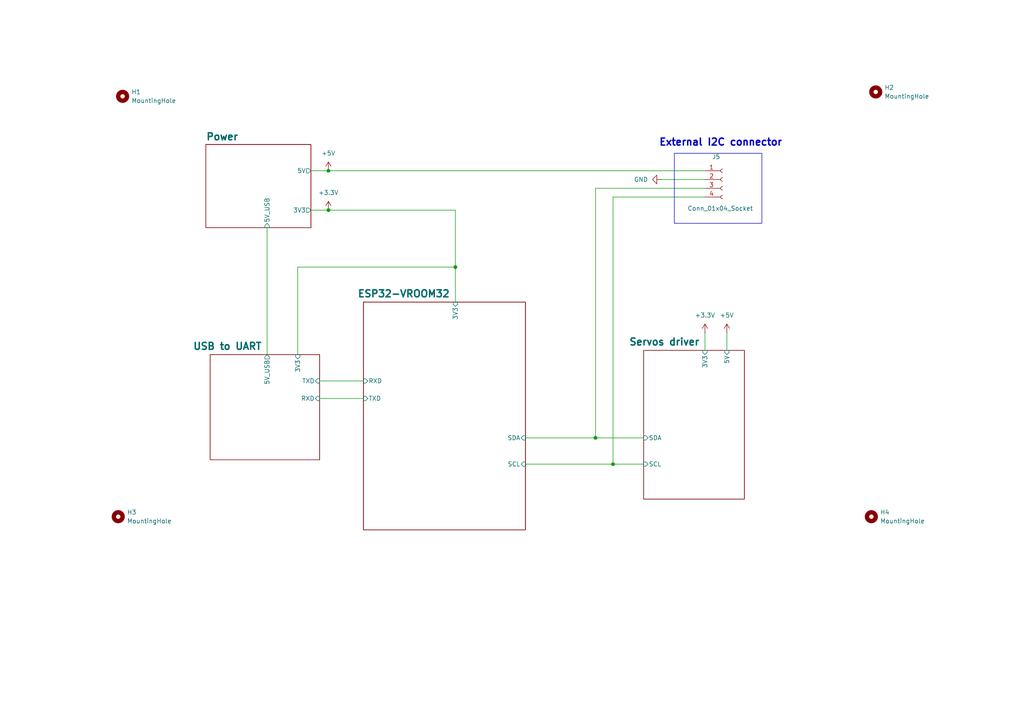
<source format=kicad_sch>
(kicad_sch
	(version 20231120)
	(generator "eeschema")
	(generator_version "8.0")
	(uuid "3b0eacd6-6c2c-4737-9b33-d98b5fc09abb")
	(paper "A4")
	(title_block
		(title "ESP SPIDER")
		(date "2024-07-27")
		(rev "V1")
	)
	(lib_symbols
		(symbol "Connector:Conn_01x04_Socket"
			(pin_names
				(offset 1.016) hide)
			(exclude_from_sim no)
			(in_bom yes)
			(on_board yes)
			(property "Reference" "J"
				(at 0 5.08 0)
				(effects
					(font
						(size 1.27 1.27)
					)
				)
			)
			(property "Value" "Conn_01x04_Socket"
				(at 0 -7.62 0)
				(effects
					(font
						(size 1.27 1.27)
					)
				)
			)
			(property "Footprint" ""
				(at 0 0 0)
				(effects
					(font
						(size 1.27 1.27)
					)
					(hide yes)
				)
			)
			(property "Datasheet" "~"
				(at 0 0 0)
				(effects
					(font
						(size 1.27 1.27)
					)
					(hide yes)
				)
			)
			(property "Description" "Generic connector, single row, 01x04, script generated"
				(at 0 0 0)
				(effects
					(font
						(size 1.27 1.27)
					)
					(hide yes)
				)
			)
			(property "ki_locked" ""
				(at 0 0 0)
				(effects
					(font
						(size 1.27 1.27)
					)
				)
			)
			(property "ki_keywords" "connector"
				(at 0 0 0)
				(effects
					(font
						(size 1.27 1.27)
					)
					(hide yes)
				)
			)
			(property "ki_fp_filters" "Connector*:*_1x??_*"
				(at 0 0 0)
				(effects
					(font
						(size 1.27 1.27)
					)
					(hide yes)
				)
			)
			(symbol "Conn_01x04_Socket_1_1"
				(arc
					(start 0 -4.572)
					(mid -0.5058 -5.08)
					(end 0 -5.588)
					(stroke
						(width 0.1524)
						(type default)
					)
					(fill
						(type none)
					)
				)
				(arc
					(start 0 -2.032)
					(mid -0.5058 -2.54)
					(end 0 -3.048)
					(stroke
						(width 0.1524)
						(type default)
					)
					(fill
						(type none)
					)
				)
				(polyline
					(pts
						(xy -1.27 -5.08) (xy -0.508 -5.08)
					)
					(stroke
						(width 0.1524)
						(type default)
					)
					(fill
						(type none)
					)
				)
				(polyline
					(pts
						(xy -1.27 -2.54) (xy -0.508 -2.54)
					)
					(stroke
						(width 0.1524)
						(type default)
					)
					(fill
						(type none)
					)
				)
				(polyline
					(pts
						(xy -1.27 0) (xy -0.508 0)
					)
					(stroke
						(width 0.1524)
						(type default)
					)
					(fill
						(type none)
					)
				)
				(polyline
					(pts
						(xy -1.27 2.54) (xy -0.508 2.54)
					)
					(stroke
						(width 0.1524)
						(type default)
					)
					(fill
						(type none)
					)
				)
				(arc
					(start 0 0.508)
					(mid -0.5058 0)
					(end 0 -0.508)
					(stroke
						(width 0.1524)
						(type default)
					)
					(fill
						(type none)
					)
				)
				(arc
					(start 0 3.048)
					(mid -0.5058 2.54)
					(end 0 2.032)
					(stroke
						(width 0.1524)
						(type default)
					)
					(fill
						(type none)
					)
				)
				(pin passive line
					(at -5.08 2.54 0)
					(length 3.81)
					(name "Pin_1"
						(effects
							(font
								(size 1.27 1.27)
							)
						)
					)
					(number "1"
						(effects
							(font
								(size 1.27 1.27)
							)
						)
					)
				)
				(pin passive line
					(at -5.08 0 0)
					(length 3.81)
					(name "Pin_2"
						(effects
							(font
								(size 1.27 1.27)
							)
						)
					)
					(number "2"
						(effects
							(font
								(size 1.27 1.27)
							)
						)
					)
				)
				(pin passive line
					(at -5.08 -2.54 0)
					(length 3.81)
					(name "Pin_3"
						(effects
							(font
								(size 1.27 1.27)
							)
						)
					)
					(number "3"
						(effects
							(font
								(size 1.27 1.27)
							)
						)
					)
				)
				(pin passive line
					(at -5.08 -5.08 0)
					(length 3.81)
					(name "Pin_4"
						(effects
							(font
								(size 1.27 1.27)
							)
						)
					)
					(number "4"
						(effects
							(font
								(size 1.27 1.27)
							)
						)
					)
				)
			)
		)
		(symbol "Mechanical:MountingHole"
			(pin_names
				(offset 1.016)
			)
			(exclude_from_sim yes)
			(in_bom no)
			(on_board yes)
			(property "Reference" "H"
				(at 0 5.08 0)
				(effects
					(font
						(size 1.27 1.27)
					)
				)
			)
			(property "Value" "MountingHole"
				(at 0 3.175 0)
				(effects
					(font
						(size 1.27 1.27)
					)
				)
			)
			(property "Footprint" ""
				(at 0 0 0)
				(effects
					(font
						(size 1.27 1.27)
					)
					(hide yes)
				)
			)
			(property "Datasheet" "~"
				(at 0 0 0)
				(effects
					(font
						(size 1.27 1.27)
					)
					(hide yes)
				)
			)
			(property "Description" "Mounting Hole without connection"
				(at 0 0 0)
				(effects
					(font
						(size 1.27 1.27)
					)
					(hide yes)
				)
			)
			(property "ki_keywords" "mounting hole"
				(at 0 0 0)
				(effects
					(font
						(size 1.27 1.27)
					)
					(hide yes)
				)
			)
			(property "ki_fp_filters" "MountingHole*"
				(at 0 0 0)
				(effects
					(font
						(size 1.27 1.27)
					)
					(hide yes)
				)
			)
			(symbol "MountingHole_0_1"
				(circle
					(center 0 0)
					(radius 1.27)
					(stroke
						(width 1.27)
						(type default)
					)
					(fill
						(type none)
					)
				)
			)
		)
		(symbol "power:+3.3V"
			(power)
			(pin_numbers hide)
			(pin_names
				(offset 0) hide)
			(exclude_from_sim no)
			(in_bom yes)
			(on_board yes)
			(property "Reference" "#PWR"
				(at 0 -3.81 0)
				(effects
					(font
						(size 1.27 1.27)
					)
					(hide yes)
				)
			)
			(property "Value" "+3.3V"
				(at 0 3.556 0)
				(effects
					(font
						(size 1.27 1.27)
					)
				)
			)
			(property "Footprint" ""
				(at 0 0 0)
				(effects
					(font
						(size 1.27 1.27)
					)
					(hide yes)
				)
			)
			(property "Datasheet" ""
				(at 0 0 0)
				(effects
					(font
						(size 1.27 1.27)
					)
					(hide yes)
				)
			)
			(property "Description" "Power symbol creates a global label with name \"+3.3V\""
				(at 0 0 0)
				(effects
					(font
						(size 1.27 1.27)
					)
					(hide yes)
				)
			)
			(property "ki_keywords" "global power"
				(at 0 0 0)
				(effects
					(font
						(size 1.27 1.27)
					)
					(hide yes)
				)
			)
			(symbol "+3.3V_0_1"
				(polyline
					(pts
						(xy -0.762 1.27) (xy 0 2.54)
					)
					(stroke
						(width 0)
						(type default)
					)
					(fill
						(type none)
					)
				)
				(polyline
					(pts
						(xy 0 0) (xy 0 2.54)
					)
					(stroke
						(width 0)
						(type default)
					)
					(fill
						(type none)
					)
				)
				(polyline
					(pts
						(xy 0 2.54) (xy 0.762 1.27)
					)
					(stroke
						(width 0)
						(type default)
					)
					(fill
						(type none)
					)
				)
			)
			(symbol "+3.3V_1_1"
				(pin power_in line
					(at 0 0 90)
					(length 0)
					(name "~"
						(effects
							(font
								(size 1.27 1.27)
							)
						)
					)
					(number "1"
						(effects
							(font
								(size 1.27 1.27)
							)
						)
					)
				)
			)
		)
		(symbol "power:+5V"
			(power)
			(pin_numbers hide)
			(pin_names
				(offset 0) hide)
			(exclude_from_sim no)
			(in_bom yes)
			(on_board yes)
			(property "Reference" "#PWR"
				(at 0 -3.81 0)
				(effects
					(font
						(size 1.27 1.27)
					)
					(hide yes)
				)
			)
			(property "Value" "+5V"
				(at 0 3.556 0)
				(effects
					(font
						(size 1.27 1.27)
					)
				)
			)
			(property "Footprint" ""
				(at 0 0 0)
				(effects
					(font
						(size 1.27 1.27)
					)
					(hide yes)
				)
			)
			(property "Datasheet" ""
				(at 0 0 0)
				(effects
					(font
						(size 1.27 1.27)
					)
					(hide yes)
				)
			)
			(property "Description" "Power symbol creates a global label with name \"+5V\""
				(at 0 0 0)
				(effects
					(font
						(size 1.27 1.27)
					)
					(hide yes)
				)
			)
			(property "ki_keywords" "global power"
				(at 0 0 0)
				(effects
					(font
						(size 1.27 1.27)
					)
					(hide yes)
				)
			)
			(symbol "+5V_0_1"
				(polyline
					(pts
						(xy -0.762 1.27) (xy 0 2.54)
					)
					(stroke
						(width 0)
						(type default)
					)
					(fill
						(type none)
					)
				)
				(polyline
					(pts
						(xy 0 0) (xy 0 2.54)
					)
					(stroke
						(width 0)
						(type default)
					)
					(fill
						(type none)
					)
				)
				(polyline
					(pts
						(xy 0 2.54) (xy 0.762 1.27)
					)
					(stroke
						(width 0)
						(type default)
					)
					(fill
						(type none)
					)
				)
			)
			(symbol "+5V_1_1"
				(pin power_in line
					(at 0 0 90)
					(length 0)
					(name "~"
						(effects
							(font
								(size 1.27 1.27)
							)
						)
					)
					(number "1"
						(effects
							(font
								(size 1.27 1.27)
							)
						)
					)
				)
			)
		)
		(symbol "power:GND"
			(power)
			(pin_numbers hide)
			(pin_names
				(offset 0) hide)
			(exclude_from_sim no)
			(in_bom yes)
			(on_board yes)
			(property "Reference" "#PWR"
				(at 0 -6.35 0)
				(effects
					(font
						(size 1.27 1.27)
					)
					(hide yes)
				)
			)
			(property "Value" "GND"
				(at 0 -3.81 0)
				(effects
					(font
						(size 1.27 1.27)
					)
				)
			)
			(property "Footprint" ""
				(at 0 0 0)
				(effects
					(font
						(size 1.27 1.27)
					)
					(hide yes)
				)
			)
			(property "Datasheet" ""
				(at 0 0 0)
				(effects
					(font
						(size 1.27 1.27)
					)
					(hide yes)
				)
			)
			(property "Description" "Power symbol creates a global label with name \"GND\" , ground"
				(at 0 0 0)
				(effects
					(font
						(size 1.27 1.27)
					)
					(hide yes)
				)
			)
			(property "ki_keywords" "global power"
				(at 0 0 0)
				(effects
					(font
						(size 1.27 1.27)
					)
					(hide yes)
				)
			)
			(symbol "GND_0_1"
				(polyline
					(pts
						(xy 0 0) (xy 0 -1.27) (xy 1.27 -1.27) (xy 0 -2.54) (xy -1.27 -1.27) (xy 0 -1.27)
					)
					(stroke
						(width 0)
						(type default)
					)
					(fill
						(type none)
					)
				)
			)
			(symbol "GND_1_1"
				(pin power_in line
					(at 0 0 270)
					(length 0)
					(name "~"
						(effects
							(font
								(size 1.27 1.27)
							)
						)
					)
					(number "1"
						(effects
							(font
								(size 1.27 1.27)
							)
						)
					)
				)
			)
		)
	)
	(junction
		(at 132.08 77.47)
		(diameter 0)
		(color 0 0 0 0)
		(uuid "0012a68f-5b47-4df1-ac53-907ef8ba73f8")
	)
	(junction
		(at 95.25 49.53)
		(diameter 0)
		(color 0 0 0 0)
		(uuid "15426cbb-4fc2-4937-8b88-308b45ed2f02")
	)
	(junction
		(at 177.8 134.62)
		(diameter 0)
		(color 0 0 0 0)
		(uuid "59bc70a5-30ff-4cf2-96c7-ae5161ff9b8c")
	)
	(junction
		(at 95.25 60.96)
		(diameter 0)
		(color 0 0 0 0)
		(uuid "659357e0-c090-4506-83e2-5025d283cec2")
	)
	(junction
		(at 172.72 127)
		(diameter 0)
		(color 0 0 0 0)
		(uuid "9834434c-4a43-4170-8afe-99ef0b8fe8e6")
	)
	(wire
		(pts
			(xy 95.25 60.96) (xy 132.08 60.96)
		)
		(stroke
			(width 0)
			(type default)
		)
		(uuid "14f9c72c-2d23-435e-a202-3710e0ad2edd")
	)
	(wire
		(pts
			(xy 177.8 134.62) (xy 186.69 134.62)
		)
		(stroke
			(width 0)
			(type default)
		)
		(uuid "15988456-830a-4d40-b048-9b86f61089b1")
	)
	(wire
		(pts
			(xy 92.71 115.57) (xy 105.41 115.57)
		)
		(stroke
			(width 0)
			(type default)
		)
		(uuid "18ca0fd5-4dcc-43dc-b37a-11e50bee2584")
	)
	(wire
		(pts
			(xy 132.08 77.47) (xy 132.08 87.63)
		)
		(stroke
			(width 0)
			(type default)
		)
		(uuid "247727d1-ca60-42f0-8a8f-41df6ea48e5a")
	)
	(wire
		(pts
			(xy 86.36 77.47) (xy 132.08 77.47)
		)
		(stroke
			(width 0)
			(type default)
		)
		(uuid "2d974a14-b6c5-4857-823b-678be1ba87a9")
	)
	(wire
		(pts
			(xy 95.25 49.53) (xy 204.47 49.53)
		)
		(stroke
			(width 0)
			(type default)
		)
		(uuid "39f00f8e-32e9-4e22-9045-d5006ca6e910")
	)
	(wire
		(pts
			(xy 152.4 134.62) (xy 177.8 134.62)
		)
		(stroke
			(width 0)
			(type default)
		)
		(uuid "3aa5749d-9288-40fd-a90d-9bb3d0ab2b04")
	)
	(wire
		(pts
			(xy 77.47 66.04) (xy 77.47 102.87)
		)
		(stroke
			(width 0)
			(type default)
		)
		(uuid "51486222-320e-41ab-b307-27be7d93e2a1")
	)
	(wire
		(pts
			(xy 172.72 54.61) (xy 172.72 127)
		)
		(stroke
			(width 0)
			(type default)
		)
		(uuid "55269373-5e65-4932-9d72-16ec5d3aca36")
	)
	(wire
		(pts
			(xy 90.17 60.96) (xy 95.25 60.96)
		)
		(stroke
			(width 0)
			(type default)
		)
		(uuid "5d7774d6-d558-4143-9de2-e34b48c67988")
	)
	(wire
		(pts
			(xy 177.8 57.15) (xy 177.8 134.62)
		)
		(stroke
			(width 0)
			(type default)
		)
		(uuid "89e605bc-1a13-418d-b6dd-9d54cf89766d")
	)
	(wire
		(pts
			(xy 132.08 60.96) (xy 132.08 77.47)
		)
		(stroke
			(width 0)
			(type default)
		)
		(uuid "8f070a48-ff3b-40f4-aa28-4eb2a5942434")
	)
	(wire
		(pts
			(xy 152.4 127) (xy 172.72 127)
		)
		(stroke
			(width 0)
			(type default)
		)
		(uuid "8fa27895-95ab-4735-8bb0-1a25e4e9bb16")
	)
	(wire
		(pts
			(xy 172.72 54.61) (xy 204.47 54.61)
		)
		(stroke
			(width 0)
			(type default)
		)
		(uuid "9d40b530-035b-4b6b-8a3e-7e71774763f3")
	)
	(wire
		(pts
			(xy 177.8 57.15) (xy 204.47 57.15)
		)
		(stroke
			(width 0)
			(type default)
		)
		(uuid "adf4b698-04d9-4201-84dd-788fdfea9e61")
	)
	(wire
		(pts
			(xy 204.47 96.52) (xy 204.47 101.6)
		)
		(stroke
			(width 0)
			(type default)
		)
		(uuid "af33eac8-6cc7-406b-b83d-795a02ca468f")
	)
	(wire
		(pts
			(xy 92.71 110.49) (xy 105.41 110.49)
		)
		(stroke
			(width 0)
			(type default)
		)
		(uuid "b0930160-23db-4347-9e25-ec1cef8cb707")
	)
	(wire
		(pts
			(xy 210.82 96.52) (xy 210.82 101.6)
		)
		(stroke
			(width 0)
			(type default)
		)
		(uuid "b0ae95a8-bbbe-44fd-9848-eb7201e8d1ea")
	)
	(wire
		(pts
			(xy 172.72 127) (xy 186.69 127)
		)
		(stroke
			(width 0)
			(type default)
		)
		(uuid "b7f01f00-d4e6-4193-90b3-22d95243f967")
	)
	(wire
		(pts
			(xy 90.17 49.53) (xy 95.25 49.53)
		)
		(stroke
			(width 0)
			(type default)
		)
		(uuid "c3c9c96a-2ea4-4c33-a2c8-c4ec06fd29e5")
	)
	(wire
		(pts
			(xy 191.77 52.07) (xy 204.47 52.07)
		)
		(stroke
			(width 0)
			(type default)
		)
		(uuid "f00471a3-a7f4-46d6-a092-4c8409958d73")
	)
	(wire
		(pts
			(xy 86.36 77.47) (xy 86.36 102.87)
		)
		(stroke
			(width 0)
			(type default)
		)
		(uuid "f0523e29-b017-4485-b37f-af67a3e88442")
	)
	(rectangle
		(start 195.58 44.45)
		(end 220.98 64.77)
		(stroke
			(width 0)
			(type default)
		)
		(fill
			(type none)
		)
		(uuid 32f9a2a3-cea0-4c50-845c-917c060758f1)
	)
	(text "External I2C connector"
		(exclude_from_sim no)
		(at 209.042 41.402 0)
		(effects
			(font
				(size 2.032 2.032)
				(thickness 0.4064)
				(bold yes)
			)
		)
		(uuid "3b826192-1459-49e8-b3c2-af3068d193a9")
	)
	(symbol
		(lib_id "Mechanical:MountingHole")
		(at 35.56 27.94 0)
		(unit 1)
		(exclude_from_sim no)
		(in_bom no)
		(on_board yes)
		(dnp no)
		(fields_autoplaced yes)
		(uuid "2f128f1e-6f50-43c3-b857-6d5dbe33ea77")
		(property "Reference" "H1"
			(at 38.1 26.6699 0)
			(effects
				(font
					(size 1.27 1.27)
				)
				(justify left)
			)
		)
		(property "Value" "MountingHole"
			(at 38.1 29.2099 0)
			(effects
				(font
					(size 1.27 1.27)
				)
				(justify left)
			)
		)
		(property "Footprint" "MountingHole:MountingHole_2.2mm_M2"
			(at 35.56 27.94 0)
			(effects
				(font
					(size 1.27 1.27)
				)
				(hide yes)
			)
		)
		(property "Datasheet" "~"
			(at 35.56 27.94 0)
			(effects
				(font
					(size 1.27 1.27)
				)
				(hide yes)
			)
		)
		(property "Description" "Mounting Hole without connection"
			(at 35.56 27.94 0)
			(effects
				(font
					(size 1.27 1.27)
				)
				(hide yes)
			)
		)
		(instances
			(project ""
				(path "/3b0eacd6-6c2c-4737-9b33-d98b5fc09abb"
					(reference "H1")
					(unit 1)
				)
			)
		)
	)
	(symbol
		(lib_id "power:+5V")
		(at 210.82 96.52 0)
		(unit 1)
		(exclude_from_sim no)
		(in_bom yes)
		(on_board yes)
		(dnp no)
		(fields_autoplaced yes)
		(uuid "36e2f0ff-06a2-48f2-a9c7-6ac4dfcc5bc6")
		(property "Reference" "#PWR04"
			(at 210.82 100.33 0)
			(effects
				(font
					(size 1.27 1.27)
				)
				(hide yes)
			)
		)
		(property "Value" "+5V"
			(at 210.82 91.44 0)
			(effects
				(font
					(size 1.27 1.27)
				)
			)
		)
		(property "Footprint" ""
			(at 210.82 96.52 0)
			(effects
				(font
					(size 1.27 1.27)
				)
				(hide yes)
			)
		)
		(property "Datasheet" ""
			(at 210.82 96.52 0)
			(effects
				(font
					(size 1.27 1.27)
				)
				(hide yes)
			)
		)
		(property "Description" "Power symbol creates a global label with name \"+5V\""
			(at 210.82 96.52 0)
			(effects
				(font
					(size 1.27 1.27)
				)
				(hide yes)
			)
		)
		(pin "1"
			(uuid "d62a837d-6ad3-4c6b-a9cb-e181ebaf480a")
		)
		(instances
			(project "ESP-SPIDER"
				(path "/3b0eacd6-6c2c-4737-9b33-d98b5fc09abb"
					(reference "#PWR04")
					(unit 1)
				)
			)
		)
	)
	(symbol
		(lib_id "power:+5V")
		(at 95.25 49.53 0)
		(unit 1)
		(exclude_from_sim no)
		(in_bom yes)
		(on_board yes)
		(dnp no)
		(fields_autoplaced yes)
		(uuid "3eb12b6e-95d7-4f0e-a0dd-ac448ef52574")
		(property "Reference" "#PWR03"
			(at 95.25 53.34 0)
			(effects
				(font
					(size 1.27 1.27)
				)
				(hide yes)
			)
		)
		(property "Value" "+5V"
			(at 95.25 44.45 0)
			(effects
				(font
					(size 1.27 1.27)
				)
			)
		)
		(property "Footprint" ""
			(at 95.25 49.53 0)
			(effects
				(font
					(size 1.27 1.27)
				)
				(hide yes)
			)
		)
		(property "Datasheet" ""
			(at 95.25 49.53 0)
			(effects
				(font
					(size 1.27 1.27)
				)
				(hide yes)
			)
		)
		(property "Description" "Power symbol creates a global label with name \"+5V\""
			(at 95.25 49.53 0)
			(effects
				(font
					(size 1.27 1.27)
				)
				(hide yes)
			)
		)
		(pin "1"
			(uuid "cdce8c52-cf11-4f8e-b797-d637d32cb356")
		)
		(instances
			(project ""
				(path "/3b0eacd6-6c2c-4737-9b33-d98b5fc09abb"
					(reference "#PWR03")
					(unit 1)
				)
			)
		)
	)
	(symbol
		(lib_id "power:+3.3V")
		(at 95.25 60.96 0)
		(unit 1)
		(exclude_from_sim no)
		(in_bom yes)
		(on_board yes)
		(dnp no)
		(fields_autoplaced yes)
		(uuid "44fe7925-4b95-443c-aac9-435a23053c3e")
		(property "Reference" "#PWR01"
			(at 95.25 64.77 0)
			(effects
				(font
					(size 1.27 1.27)
				)
				(hide yes)
			)
		)
		(property "Value" "+3.3V"
			(at 95.25 55.88 0)
			(effects
				(font
					(size 1.27 1.27)
				)
			)
		)
		(property "Footprint" ""
			(at 95.25 60.96 0)
			(effects
				(font
					(size 1.27 1.27)
				)
				(hide yes)
			)
		)
		(property "Datasheet" ""
			(at 95.25 60.96 0)
			(effects
				(font
					(size 1.27 1.27)
				)
				(hide yes)
			)
		)
		(property "Description" "Power symbol creates a global label with name \"+3.3V\""
			(at 95.25 60.96 0)
			(effects
				(font
					(size 1.27 1.27)
				)
				(hide yes)
			)
		)
		(pin "1"
			(uuid "3a93159d-a732-4e9d-9ae6-372037a2309f")
		)
		(instances
			(project ""
				(path "/3b0eacd6-6c2c-4737-9b33-d98b5fc09abb"
					(reference "#PWR01")
					(unit 1)
				)
			)
		)
	)
	(symbol
		(lib_id "power:+3.3V")
		(at 204.47 96.52 0)
		(unit 1)
		(exclude_from_sim no)
		(in_bom yes)
		(on_board yes)
		(dnp no)
		(fields_autoplaced yes)
		(uuid "5ac158e5-b42f-4fcb-81dc-02903469054b")
		(property "Reference" "#PWR05"
			(at 204.47 100.33 0)
			(effects
				(font
					(size 1.27 1.27)
				)
				(hide yes)
			)
		)
		(property "Value" "+3.3V"
			(at 204.47 91.44 0)
			(effects
				(font
					(size 1.27 1.27)
				)
			)
		)
		(property "Footprint" ""
			(at 204.47 96.52 0)
			(effects
				(font
					(size 1.27 1.27)
				)
				(hide yes)
			)
		)
		(property "Datasheet" ""
			(at 204.47 96.52 0)
			(effects
				(font
					(size 1.27 1.27)
				)
				(hide yes)
			)
		)
		(property "Description" "Power symbol creates a global label with name \"+3.3V\""
			(at 204.47 96.52 0)
			(effects
				(font
					(size 1.27 1.27)
				)
				(hide yes)
			)
		)
		(pin "1"
			(uuid "e1b2b181-0f74-4a87-9236-3c21dd3a37be")
		)
		(instances
			(project "ESP-SPIDER"
				(path "/3b0eacd6-6c2c-4737-9b33-d98b5fc09abb"
					(reference "#PWR05")
					(unit 1)
				)
			)
		)
	)
	(symbol
		(lib_id "Mechanical:MountingHole")
		(at 34.29 149.86 0)
		(unit 1)
		(exclude_from_sim yes)
		(in_bom no)
		(on_board yes)
		(dnp no)
		(fields_autoplaced yes)
		(uuid "7a755aaf-35f7-4190-aed5-2eeb64f134a8")
		(property "Reference" "H3"
			(at 36.83 148.5899 0)
			(effects
				(font
					(size 1.27 1.27)
				)
				(justify left)
			)
		)
		(property "Value" "MountingHole"
			(at 36.83 151.1299 0)
			(effects
				(font
					(size 1.27 1.27)
				)
				(justify left)
			)
		)
		(property "Footprint" "MountingHole:MountingHole_2.2mm_M2"
			(at 34.29 149.86 0)
			(effects
				(font
					(size 1.27 1.27)
				)
				(hide yes)
			)
		)
		(property "Datasheet" "~"
			(at 34.29 149.86 0)
			(effects
				(font
					(size 1.27 1.27)
				)
				(hide yes)
			)
		)
		(property "Description" "Mounting Hole without connection"
			(at 34.29 149.86 0)
			(effects
				(font
					(size 1.27 1.27)
				)
				(hide yes)
			)
		)
		(instances
			(project "ESP-SPIDER"
				(path "/3b0eacd6-6c2c-4737-9b33-d98b5fc09abb"
					(reference "H3")
					(unit 1)
				)
			)
		)
	)
	(symbol
		(lib_id "Mechanical:MountingHole")
		(at 252.73 149.86 0)
		(unit 1)
		(exclude_from_sim yes)
		(in_bom no)
		(on_board yes)
		(dnp no)
		(fields_autoplaced yes)
		(uuid "7dbaf69e-3ef8-44e7-9929-ac7a48cddeb1")
		(property "Reference" "H4"
			(at 255.27 148.5899 0)
			(effects
				(font
					(size 1.27 1.27)
				)
				(justify left)
			)
		)
		(property "Value" "MountingHole"
			(at 255.27 151.1299 0)
			(effects
				(font
					(size 1.27 1.27)
				)
				(justify left)
			)
		)
		(property "Footprint" "MountingHole:MountingHole_2.2mm_M2"
			(at 252.73 149.86 0)
			(effects
				(font
					(size 1.27 1.27)
				)
				(hide yes)
			)
		)
		(property "Datasheet" "~"
			(at 252.73 149.86 0)
			(effects
				(font
					(size 1.27 1.27)
				)
				(hide yes)
			)
		)
		(property "Description" "Mounting Hole without connection"
			(at 252.73 149.86 0)
			(effects
				(font
					(size 1.27 1.27)
				)
				(hide yes)
			)
		)
		(instances
			(project "ESP-SPIDER"
				(path "/3b0eacd6-6c2c-4737-9b33-d98b5fc09abb"
					(reference "H4")
					(unit 1)
				)
			)
		)
	)
	(symbol
		(lib_id "Mechanical:MountingHole")
		(at 254 26.67 0)
		(unit 1)
		(exclude_from_sim yes)
		(in_bom no)
		(on_board yes)
		(dnp no)
		(fields_autoplaced yes)
		(uuid "9a050c23-8f9b-4962-9f91-99070ab2c580")
		(property "Reference" "H2"
			(at 256.54 25.3999 0)
			(effects
				(font
					(size 1.27 1.27)
				)
				(justify left)
			)
		)
		(property "Value" "MountingHole"
			(at 256.54 27.9399 0)
			(effects
				(font
					(size 1.27 1.27)
				)
				(justify left)
			)
		)
		(property "Footprint" "MountingHole:MountingHole_2.2mm_M2"
			(at 254 26.67 0)
			(effects
				(font
					(size 1.27 1.27)
				)
				(hide yes)
			)
		)
		(property "Datasheet" "~"
			(at 254 26.67 0)
			(effects
				(font
					(size 1.27 1.27)
				)
				(hide yes)
			)
		)
		(property "Description" "Mounting Hole without connection"
			(at 254 26.67 0)
			(effects
				(font
					(size 1.27 1.27)
				)
				(hide yes)
			)
		)
		(instances
			(project "ESP-SPIDER"
				(path "/3b0eacd6-6c2c-4737-9b33-d98b5fc09abb"
					(reference "H2")
					(unit 1)
				)
			)
		)
	)
	(symbol
		(lib_id "Connector:Conn_01x04_Socket")
		(at 209.55 52.07 0)
		(unit 1)
		(exclude_from_sim no)
		(in_bom yes)
		(on_board yes)
		(dnp no)
		(uuid "9ee8a602-1ecb-49e5-93a0-e032312c5b53")
		(property "Reference" "J5"
			(at 206.502 45.466 0)
			(effects
				(font
					(size 1.27 1.27)
				)
				(justify left)
			)
		)
		(property "Value" "Conn_01x04_Socket"
			(at 199.39 60.452 0)
			(effects
				(font
					(size 1.27 1.27)
				)
				(justify left)
			)
		)
		(property "Footprint" "Connector_JST:JST_PH_B4B-PH-K_1x04_P2.00mm_Vertical"
			(at 209.55 52.07 0)
			(effects
				(font
					(size 1.27 1.27)
				)
				(hide yes)
			)
		)
		(property "Datasheet" "~"
			(at 209.55 52.07 0)
			(effects
				(font
					(size 1.27 1.27)
				)
				(hide yes)
			)
		)
		(property "Description" "Generic connector, single row, 01x04, script generated"
			(at 209.55 52.07 0)
			(effects
				(font
					(size 1.27 1.27)
				)
				(hide yes)
			)
		)
		(property "LCSC" "C131334"
			(at 209.55 52.07 0)
			(effects
				(font
					(size 1.27 1.27)
				)
				(hide yes)
			)
		)
		(pin "4"
			(uuid "a3b67de2-3091-4ac0-b3eb-629fd71ea23d")
		)
		(pin "1"
			(uuid "3b2cdbc6-28d0-4574-ac95-7a72cde7c2a7")
		)
		(pin "3"
			(uuid "9b8bfa02-11e8-4b3e-a8a5-8c96fe4510a3")
		)
		(pin "2"
			(uuid "174c8334-e856-4ce6-bb71-d1d3652e4714")
		)
		(instances
			(project "ESP-SPIDER"
				(path "/3b0eacd6-6c2c-4737-9b33-d98b5fc09abb"
					(reference "J5")
					(unit 1)
				)
			)
		)
	)
	(symbol
		(lib_id "power:GND")
		(at 191.77 52.07 270)
		(unit 1)
		(exclude_from_sim no)
		(in_bom yes)
		(on_board yes)
		(dnp no)
		(fields_autoplaced yes)
		(uuid "b2630a6b-d594-4fb9-bc2a-9f0641730f5f")
		(property "Reference" "#PWR025"
			(at 185.42 52.07 0)
			(effects
				(font
					(size 1.27 1.27)
				)
				(hide yes)
			)
		)
		(property "Value" "GND"
			(at 187.96 52.0699 90)
			(effects
				(font
					(size 1.27 1.27)
				)
				(justify right)
			)
		)
		(property "Footprint" ""
			(at 191.77 52.07 0)
			(effects
				(font
					(size 1.27 1.27)
				)
				(hide yes)
			)
		)
		(property "Datasheet" ""
			(at 191.77 52.07 0)
			(effects
				(font
					(size 1.27 1.27)
				)
				(hide yes)
			)
		)
		(property "Description" "Power symbol creates a global label with name \"GND\" , ground"
			(at 191.77 52.07 0)
			(effects
				(font
					(size 1.27 1.27)
				)
				(hide yes)
			)
		)
		(pin "1"
			(uuid "3b5fc05b-51ac-4264-98e9-0a69e32acef5")
		)
		(instances
			(project "ESP-SPIDER"
				(path "/3b0eacd6-6c2c-4737-9b33-d98b5fc09abb"
					(reference "#PWR025")
					(unit 1)
				)
			)
		)
	)
	(sheet
		(at 186.69 101.6)
		(size 29.21 43.18)
		(stroke
			(width 0.1524)
			(type solid)
		)
		(fill
			(color 0 0 0 0.0000)
		)
		(uuid "2d448c24-b4fb-44a8-86fc-938f4ab4571f")
		(property "Sheetname" "Servos driver"
			(at 182.372 100.33 0)
			(effects
				(font
					(size 2.032 2.032)
					(bold yes)
				)
				(justify left bottom)
			)
		)
		(property "Sheetfile" "PWM_driver.kicad_sch"
			(at 186.69 145.3646 0)
			(effects
				(font
					(size 1.27 1.27)
				)
				(justify left top)
				(hide yes)
			)
		)
		(pin "SDA" input
			(at 186.69 127 180)
			(effects
				(font
					(size 1.27 1.27)
				)
				(justify left)
			)
			(uuid "1704c489-6ae7-4d64-80d7-42881f2a6b06")
		)
		(pin "SCL" input
			(at 186.69 134.62 180)
			(effects
				(font
					(size 1.27 1.27)
				)
				(justify left)
			)
			(uuid "4b1ef2b8-3c67-4be3-ac24-dcd0db14b53d")
		)
		(pin "5V" input
			(at 210.82 101.6 90)
			(effects
				(font
					(size 1.27 1.27)
				)
				(justify right)
			)
			(uuid "68fc64fd-8746-402e-82e0-bde2d9881339")
		)
		(pin "3V3" input
			(at 204.47 101.6 90)
			(effects
				(font
					(size 1.27 1.27)
				)
				(justify right)
			)
			(uuid "4d2918eb-8a70-487d-937c-10b5a9772a2d")
		)
		(instances
			(project "ESP-SPIDER"
				(path "/3b0eacd6-6c2c-4737-9b33-d98b5fc09abb"
					(page "4")
				)
			)
		)
	)
	(sheet
		(at 59.69 41.91)
		(size 30.48 24.13)
		(fields_autoplaced yes)
		(stroke
			(width 0.1524)
			(type solid)
		)
		(fill
			(color 0 0 0 0.0000)
		)
		(uuid "81ff9b6a-5bfd-4c93-883f-0194f9375367")
		(property "Sheetname" "Power"
			(at 59.69 40.8174 0)
			(effects
				(font
					(size 2.032 2.032)
					(bold yes)
				)
				(justify left bottom)
			)
		)
		(property "Sheetfile" "5Vto3V3.kicad_sch"
			(at 59.69 66.6246 0)
			(effects
				(font
					(size 1.27 1.27)
				)
				(justify left top)
				(hide yes)
			)
		)
		(pin "5V_USB" input
			(at 77.47 66.04 270)
			(effects
				(font
					(size 1.27 1.27)
				)
				(justify left)
			)
			(uuid "3f6aa4de-ad31-4970-b4fa-e794d88cc539")
		)
		(pin "5V" output
			(at 90.17 49.53 0)
			(effects
				(font
					(size 1.27 1.27)
				)
				(justify right)
			)
			(uuid "0cc4bde8-39b7-4143-9ad7-1cbbadcab13d")
		)
		(pin "3V3" output
			(at 90.17 60.96 0)
			(effects
				(font
					(size 1.27 1.27)
				)
				(justify right)
			)
			(uuid "fe4b438b-50ca-4a6b-8aff-81d4accfe569")
		)
		(instances
			(project "ESP-SPIDER"
				(path "/3b0eacd6-6c2c-4737-9b33-d98b5fc09abb"
					(page "3")
				)
			)
		)
	)
	(sheet
		(at 105.41 87.63)
		(size 46.99 66.04)
		(stroke
			(width 0.1524)
			(type solid)
		)
		(fill
			(color 0 0 0 0.0000)
		)
		(uuid "be2189bb-0916-40fa-ba21-e5f725f47f9b")
		(property "Sheetname" "ESP32-VROOM32"
			(at 103.632 86.36 0)
			(effects
				(font
					(size 2.032 2.032)
					(bold yes)
				)
				(justify left bottom)
			)
		)
		(property "Sheetfile" "ESP32-VROOM32.kicad_sch"
			(at 105.41 154.2546 0)
			(effects
				(font
					(size 1.27 1.27)
				)
				(justify left top)
				(hide yes)
			)
		)
		(pin "TXD" input
			(at 105.41 115.57 180)
			(effects
				(font
					(size 1.27 1.27)
				)
				(justify left)
			)
			(uuid "e2ffa0d2-d719-4388-a60b-aba82cbda29e")
		)
		(pin "SDA" input
			(at 152.4 127 0)
			(effects
				(font
					(size 1.27 1.27)
				)
				(justify right)
			)
			(uuid "359344d9-752d-461e-8275-fca445dff99c")
		)
		(pin "RXD" input
			(at 105.41 110.49 180)
			(effects
				(font
					(size 1.27 1.27)
				)
				(justify left)
			)
			(uuid "42476747-f4c9-4471-ba82-0109bf581584")
		)
		(pin "SCL" input
			(at 152.4 134.62 0)
			(effects
				(font
					(size 1.27 1.27)
				)
				(justify right)
			)
			(uuid "bb941b16-1951-4ca0-8e93-824fc7b4b74d")
		)
		(pin "3V3" input
			(at 132.08 87.63 90)
			(effects
				(font
					(size 1.27 1.27)
				)
				(justify right)
			)
			(uuid "446e6679-2d18-4adb-8643-43c7d383a814")
		)
		(instances
			(project "ESP-SPIDER"
				(path "/3b0eacd6-6c2c-4737-9b33-d98b5fc09abb"
					(page "2")
				)
			)
		)
	)
	(sheet
		(at 60.96 102.87)
		(size 31.75 30.48)
		(stroke
			(width 0.1524)
			(type solid)
		)
		(fill
			(color 0 0 0 0.0000)
		)
		(uuid "de8f1e68-1898-4cd6-8b99-8cd9eb89ca8c")
		(property "Sheetname" "USB to UART"
			(at 55.88 101.6 0)
			(effects
				(font
					(size 2.032 2.032)
					(bold yes)
				)
				(justify left bottom)
			)
		)
		(property "Sheetfile" "USB_to_UART.kicad_sch"
			(at 60.96 133.9346 0)
			(effects
				(font
					(size 1.27 1.27)
				)
				(justify left top)
				(hide yes)
			)
		)
		(pin "TXD" input
			(at 92.71 110.49 0)
			(effects
				(font
					(size 1.27 1.27)
				)
				(justify right)
			)
			(uuid "76b38538-21f3-4551-a2c0-482593a4451f")
		)
		(pin "RXD" input
			(at 92.71 115.57 0)
			(effects
				(font
					(size 1.27 1.27)
				)
				(justify right)
			)
			(uuid "9f5fa38a-ce17-4036-a285-6f89a6f048d7")
		)
		(pin "5V_USB" output
			(at 77.47 102.87 90)
			(effects
				(font
					(size 1.27 1.27)
				)
				(justify right)
			)
			(uuid "8e9e1234-0bfa-4193-8046-9cef7ae4e2ba")
		)
		(pin "3V3" input
			(at 86.36 102.87 90)
			(effects
				(font
					(size 1.27 1.27)
				)
				(justify right)
			)
			(uuid "6de77b33-7b6c-4a77-95ac-30de62d0b932")
		)
		(instances
			(project "ESP-SPIDER"
				(path "/3b0eacd6-6c2c-4737-9b33-d98b5fc09abb"
					(page "5")
				)
			)
		)
	)
	(sheet_instances
		(path "/"
			(page "1")
		)
	)
)

</source>
